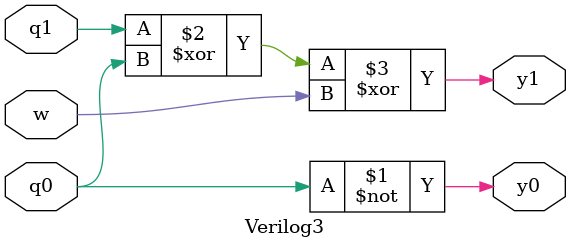
<source format=v>
module Verilog3(q1,q0,w,y0,y1);
input q1,q0,w;
output y0,y1;
assign y0 = (~q0);
assign y1 = (q1^q0)^w;
endmodule

</source>
